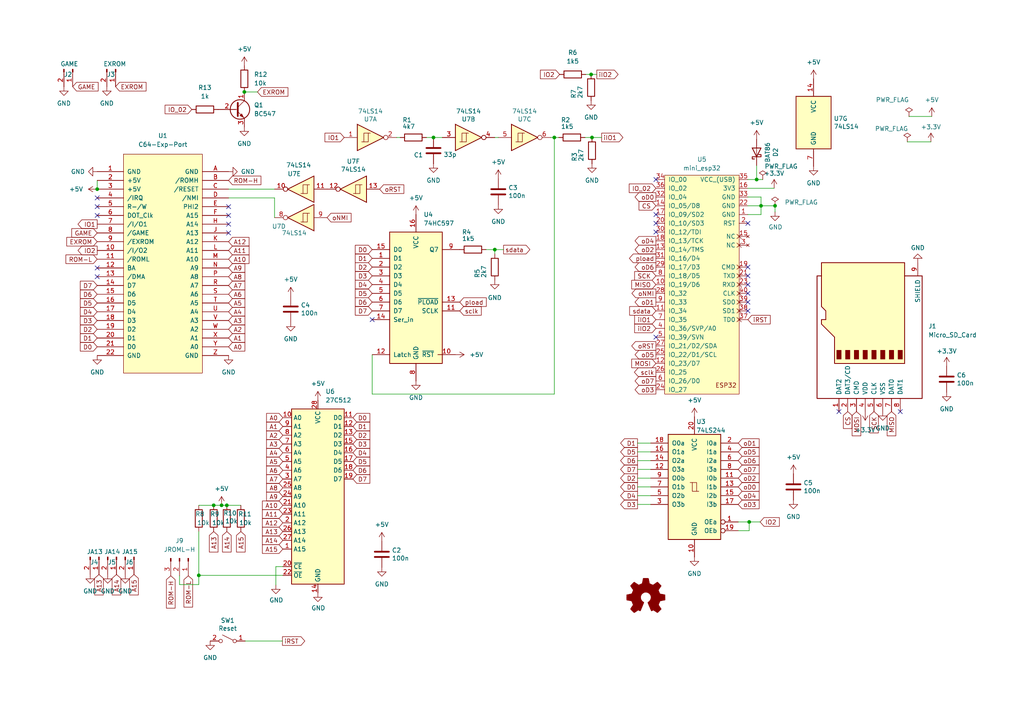
<source format=kicad_sch>
(kicad_sch (version 20230121) (generator eeschema)
  (paper "A4")
  (title_block (title "c64esp32Cart") (date "2024-02-18") (rev "1.1") (company "M.Angelini"))
  (junction (at 220.726 59.69))
  (junction (at 217.297 151.384))
  (junction (at 57.658 166.878))
  (junction (at 160.782 39.878))
  (junction (at 70.866 26.67))
  (junction (at 64.262 146.558))
  (junction (at 224.79 59.69))
  (junction (at 171.45 21.59))
  (junction (at 61.976 146.558))
  (junction (at 143.51 72.39))
  (junction (at 28.194 54.864))
  (junction (at 171.704 39.878))
  (junction (at 219.456 52.07))
  (junction (at 125.73 39.878))
  (junction (at 65.786 146.558))
  (no_connect (at 66.294 62.484))
  (no_connect (at 28.194 57.404))
  (no_connect (at 243.332 119.38))
  (no_connect (at 28.194 62.484))
  (no_connect (at 190.246 97.79))
  (no_connect (at 66.294 67.564))
  (no_connect (at 216.916 64.77))
  (no_connect (at 190.246 52.07))
  (no_connect (at 261.112 119.38))
  (no_connect (at 216.916 80.01))
  (no_connect (at 190.246 64.77))
  (no_connect (at 190.246 67.31))
  (no_connect (at 216.916 82.55))
  (no_connect (at 66.294 59.944))
  (no_connect (at 107.95 92.71))
  (no_connect (at 216.916 90.17))
  (no_connect (at 216.916 77.47))
  (no_connect (at 216.916 85.09))
  (no_connect (at 28.194 80.264))
  (no_connect (at 190.246 62.23))
  (no_connect (at 66.294 65.024))
  (no_connect (at 28.194 59.944))
  (no_connect (at 28.194 77.724))
  (no_connect (at 216.916 87.63))
  (wire (pts (xy 160.782 39.878) (xy 162.052 39.878)))
  (wire (pts (xy 143.51 72.39) (xy 143.51 73.66)))
  (wire (pts (xy 171.704 39.878) (xy 174.498 39.878)))
  (wire (pts (xy 216.916 62.23) (xy 220.726 62.23)))
  (wire (pts (xy 184.912 136.144) (xy 188.722 136.144)))
  (wire (pts (xy 220.726 59.69) (xy 220.726 62.23)))
  (wire (pts (xy 184.912 138.684) (xy 188.722 138.684)))
  (wire (pts (xy 184.912 146.304) (xy 188.722 146.304)))
  (wire (pts (xy 219.456 52.07) (xy 219.456 48.006)))
  (wire (pts (xy 159.766 39.878) (xy 160.782 39.878)))
  (wire (pts (xy 64.262 146.558) (xy 65.786 146.558)))
  (wire (pts (xy 52.07 167.005) (xy 52.07 169.545)))
  (wire (pts (xy 82.042 166.878) (xy 57.658 166.878)))
  (wire (pts (xy 82.042 164.338) (xy 80.01 164.338)))
  (wire (pts (xy 107.95 102.87) (xy 107.95 114.3)))
  (wire (pts (xy 216.916 59.69) (xy 220.726 59.69)))
  (wire (pts (xy 143.51 39.878) (xy 144.526 39.878)))
  (wire (pts (xy 107.95 114.3) (xy 160.782 114.3)))
  (wire (pts (xy 71.12 185.928) (xy 81.915 185.928)))
  (wire (pts (xy 79.629 57.404) (xy 79.629 63.119)))
  (wire (pts (xy 140.97 72.39) (xy 143.51 72.39)))
  (wire (pts (xy 57.658 169.545) (xy 57.658 166.878)))
  (wire (pts (xy 184.912 133.604) (xy 188.722 133.604)))
  (wire (pts (xy 184.912 141.224) (xy 188.722 141.224)))
  (wire (pts (xy 160.782 114.3) (xy 160.782 39.878)))
  (wire (pts (xy 216.916 54.61) (xy 224.536 54.61)))
  (wire (pts (xy 219.456 52.07) (xy 221.234 52.07)))
  (wire (pts (xy 57.658 154.178) (xy 57.658 166.878)))
  (wire (pts (xy 263.652 33.782) (xy 270.256 33.782)))
  (wire (pts (xy 214.122 153.924) (xy 217.297 153.924)))
  (wire (pts (xy 52.07 169.545) (xy 57.658 169.545)))
  (wire (pts (xy 169.672 39.878) (xy 171.704 39.878)))
  (wire (pts (xy 220.726 57.15) (xy 220.726 59.69)))
  (wire (pts (xy 70.866 26.67) (xy 74.676 26.67)))
  (wire (pts (xy 66.294 54.864) (xy 79.629 54.864)))
  (wire (pts (xy 184.912 131.064) (xy 188.722 131.064)))
  (wire (pts (xy 224.79 61.468) (xy 224.79 59.69)))
  (wire (pts (xy 217.297 153.924) (xy 217.297 151.384)))
  (wire (pts (xy 224.79 59.69) (xy 220.726 59.69)))
  (wire (pts (xy 143.51 72.39) (xy 146.05 72.39)))
  (wire (pts (xy 184.912 128.524) (xy 188.722 128.524)))
  (wire (pts (xy 28.194 52.324) (xy 28.194 54.864)))
  (wire (pts (xy 57.658 146.558) (xy 61.976 146.558)))
  (wire (pts (xy 66.294 57.404) (xy 79.629 57.404)))
  (wire (pts (xy 263.144 41.148) (xy 270.002 41.148)))
  (wire (pts (xy 171.45 21.59) (xy 173.101 21.59)))
  (wire (pts (xy 61.976 146.558) (xy 64.262 146.558)))
  (wire (pts (xy 184.912 143.764) (xy 188.722 143.764)))
  (wire (pts (xy 216.916 57.15) (xy 220.726 57.15)))
  (wire (pts (xy 65.786 146.558) (xy 69.85 146.558)))
  (wire (pts (xy 220.472 151.384) (xy 217.297 151.384)))
  (wire (pts (xy 115.062 39.878) (xy 116.078 39.878)))
  (wire (pts (xy 125.73 39.878) (xy 128.27 39.878)))
  (wire (pts (xy 216.916 52.07) (xy 219.456 52.07)))
  (wire (pts (xy 80.01 164.338) (xy 80.01 169.672)))
  (wire (pts (xy 123.698 39.878) (xy 125.73 39.878)))
  (wire (pts (xy 217.297 151.384) (xy 214.122 151.384)))
  (wire (pts (xy 169.926 21.59) (xy 171.45 21.59)))
  (global_label "A5" (shape input) (at 66.294 87.884 0) (property "Intersheetrefs" "${INTERSHEET_REFS}" (effects hide)))
  (global_label "sdata" (shape input) (at 190.246 90.17 180) (property "Intersheetrefs" "${INTERSHEET_REFS}" (effects hide)))
  (global_label "D2" (shape output) (at 184.912 138.684 180) (property "Intersheetrefs" "${INTERSHEET_REFS}" (effects hide)))
  (global_label "EXROM" (shape input) (at 74.676 26.67 0) (property "Intersheetrefs" "${INTERSHEET_REFS}" (effects hide)))
  (global_label "D6" (shape output) (at 184.912 133.604 180) (property "Intersheetrefs" "${INTERSHEET_REFS}" (effects hide)))
  (global_label "sclk" (shape input) (at 133.35 90.17 0) (property "Intersheetrefs" "${INTERSHEET_REFS}" (effects hide)))
  (global_label "ROM-L" (shape input) (at 28.194 75.184 180) (property "Intersheetrefs" "${INTERSHEET_REFS}" (effects hide)))
  (global_label "A14" (shape input) (at 65.786 154.178 270) (property "Intersheetrefs" "${INTERSHEET_REFS}" (effects hide)))
  (global_label "pload" (shape output) (at 190.246 74.93 180) (property "Intersheetrefs" "${INTERSHEET_REFS}" (effects hide)))
  (global_label "D2" (shape input) (at 102.362 126.238 0) (property "Intersheetrefs" "${INTERSHEET_REFS}" (effects hide)))
  (global_label "A6" (shape input) (at 82.042 136.398 180) (property "Intersheetrefs" "${INTERSHEET_REFS}" (effects hide)))
  (global_label "D3" (shape output) (at 184.912 146.304 180) (property "Intersheetrefs" "${INTERSHEET_REFS}" (effects hide)))
  (global_label "SCK" (shape input) (at 253.492 119.38 270) (property "Intersheetrefs" "${INTERSHEET_REFS}" (effects hide)))
  (global_label "A15" (shape input) (at 69.85 154.178 270) (property "Intersheetrefs" "${INTERSHEET_REFS}" (effects hide)))
  (global_label "oNMI" (shape input) (at 94.869 63.119 0) (property "Intersheetrefs" "${INTERSHEET_REFS}" (effects hide)))
  (global_label "sclk" (shape output) (at 190.246 107.95 180) (property "Intersheetrefs" "${INTERSHEET_REFS}" (effects hide)))
  (global_label "A13" (shape input) (at 82.042 154.178 180) (property "Intersheetrefs" "${INTERSHEET_REFS}" (effects hide)))
  (global_label "A4" (shape input) (at 66.294 90.424 0) (property "Intersheetrefs" "${INTERSHEET_REFS}" (effects hide)))
  (global_label "oD5" (shape input) (at 214.122 131.064 0) (property "Intersheetrefs" "${INTERSHEET_REFS}" (effects hide)))
  (global_label "iIO1" (shape input) (at 190.246 92.71 180) (property "Intersheetrefs" "${INTERSHEET_REFS}" (effects hide)))
  (global_label "oD7" (shape input) (at 214.122 136.144 0) (property "Intersheetrefs" "${INTERSHEET_REFS}" (effects hide)))
  (global_label "A2" (shape input) (at 82.042 126.238 180) (property "Intersheetrefs" "${INTERSHEET_REFS}" (effects hide)))
  (global_label "iIO2" (shape output) (at 173.101 21.59 0) (property "Intersheetrefs" "${INTERSHEET_REFS}" (effects hide)))
  (global_label "IO2" (shape input) (at 162.306 21.59 180) (property "Intersheetrefs" "${INTERSHEET_REFS}" (effects hide)))
  (global_label "D3" (shape input) (at 107.95 80.01 180) (property "Intersheetrefs" "${INTERSHEET_REFS}" (effects hide)))
  (global_label "A10" (shape input) (at 66.294 75.184 0) (property "Intersheetrefs" "${INTERSHEET_REFS}" (effects hide)))
  (global_label "D0" (shape output) (at 184.912 141.224 180) (property "Intersheetrefs" "${INTERSHEET_REFS}" (effects hide)))
  (global_label "oD6" (shape output) (at 190.246 77.47 180) (property "Intersheetrefs" "${INTERSHEET_REFS}" (effects hide)))
  (global_label "CS" (shape input) (at 245.872 119.38 270) (property "Intersheetrefs" "${INTERSHEET_REFS}" (effects hide)))
  (global_label "sdata" (shape output) (at 146.05 72.39 0) (property "Intersheetrefs" "${INTERSHEET_REFS}" (effects hide)))
  (global_label "oD4" (shape output) (at 190.246 69.85 180) (property "Intersheetrefs" "${INTERSHEET_REFS}" (effects hide)))
  (global_label "EXROM" (shape input) (at 33.528 25.146 0) (property "Intersheetrefs" "${INTERSHEET_REFS}" (effects hide)))
  (global_label "A15" (shape input) (at 38.862 166.624 270) (property "Intersheetrefs" "${INTERSHEET_REFS}" (effects hide)))
  (global_label "MOSI" (shape input) (at 190.246 105.41 180) (property "Intersheetrefs" "${INTERSHEET_REFS}" (effects hide)))
  (global_label "A7" (shape input) (at 66.294 82.804 0) (property "Intersheetrefs" "${INTERSHEET_REFS}" (effects hide)))
  (global_label "ROM-L" (shape input) (at 54.61 167.005 270) (property "Intersheetrefs" "${INTERSHEET_REFS}" (effects hide)))
  (global_label "D4" (shape output) (at 184.912 143.764 180) (property "Intersheetrefs" "${INTERSHEET_REFS}" (effects hide)))
  (global_label "A0" (shape input) (at 66.294 100.584 0) (property "Intersheetrefs" "${INTERSHEET_REFS}" (effects hide)))
  (global_label "A3" (shape input) (at 66.294 92.964 0) (property "Intersheetrefs" "${INTERSHEET_REFS}" (effects hide)))
  (global_label "A7" (shape input) (at 82.042 138.938 180) (property "Intersheetrefs" "${INTERSHEET_REFS}" (effects hide)))
  (global_label "D1" (shape input) (at 102.362 123.698 0) (property "Intersheetrefs" "${INTERSHEET_REFS}" (effects hide)))
  (global_label "D7" (shape input) (at 28.194 82.804 180) (property "Intersheetrefs" "${INTERSHEET_REFS}" (effects hide)))
  (global_label "CS" (shape input) (at 190.246 59.69 180) (property "Intersheetrefs" "${INTERSHEET_REFS}" (effects hide)))
  (global_label "IO2" (shape input) (at 220.472 151.384 0) (property "Intersheetrefs" "${INTERSHEET_REFS}" (effects hide)))
  (global_label "A13" (shape input) (at 61.976 154.178 270) (property "Intersheetrefs" "${INTERSHEET_REFS}" (effects hide)))
  (global_label "oD3" (shape output) (at 190.246 113.03 180) (property "Intersheetrefs" "${INTERSHEET_REFS}" (effects hide)))
  (global_label "iIO1" (shape output) (at 174.498 39.878 0) (property "Intersheetrefs" "${INTERSHEET_REFS}" (effects hide)))
  (global_label "IO2" (shape output) (at 28.194 72.644 180) (property "Intersheetrefs" "${INTERSHEET_REFS}" (effects hide)))
  (global_label "oD2" (shape output) (at 190.246 72.39 180) (property "Intersheetrefs" "${INTERSHEET_REFS}" (effects hide)))
  (global_label "oD3" (shape input) (at 214.122 146.304 0) (property "Intersheetrefs" "${INTERSHEET_REFS}" (effects hide)))
  (global_label "D1" (shape input) (at 107.95 74.93 180) (property "Intersheetrefs" "${INTERSHEET_REFS}" (effects hide)))
  (global_label "D6" (shape input) (at 102.362 136.398 0) (property "Intersheetrefs" "${INTERSHEET_REFS}" (effects hide)))
  (global_label "ROM-H" (shape input) (at 49.53 167.005 270) (property "Intersheetrefs" "${INTERSHEET_REFS}" (effects hide)))
  (global_label "oD6" (shape input) (at 214.122 133.604 0) (property "Intersheetrefs" "${INTERSHEET_REFS}" (effects hide)))
  (global_label "D1" (shape input) (at 28.194 98.044 180) (property "Intersheetrefs" "${INTERSHEET_REFS}" (effects hide)))
  (global_label "A14" (shape input) (at 82.042 156.718 180) (property "Intersheetrefs" "${INTERSHEET_REFS}" (effects hide)))
  (global_label "D7" (shape input) (at 102.362 138.938 0) (property "Intersheetrefs" "${INTERSHEET_REFS}" (effects hide)))
  (global_label "A5" (shape input) (at 82.042 133.858 180) (property "Intersheetrefs" "${INTERSHEET_REFS}" (effects hide)))
  (global_label "D4" (shape input) (at 102.362 131.318 0) (property "Intersheetrefs" "${INTERSHEET_REFS}" (effects hide)))
  (global_label "D0" (shape input) (at 107.95 72.39 180) (property "Intersheetrefs" "${INTERSHEET_REFS}" (effects hide)))
  (global_label "A9" (shape input) (at 66.294 77.724 0) (property "Intersheetrefs" "${INTERSHEET_REFS}" (effects hide)))
  (global_label "D2" (shape input) (at 28.194 95.504 180) (property "Intersheetrefs" "${INTERSHEET_REFS}" (effects hide)))
  (global_label "D4" (shape input) (at 28.194 90.424 180) (property "Intersheetrefs" "${INTERSHEET_REFS}" (effects hide)))
  (global_label "A8" (shape input) (at 66.294 80.264 0) (property "Intersheetrefs" "${INTERSHEET_REFS}" (effects hide)))
  (global_label "iRST" (shape input) (at 216.916 92.71 0) (property "Intersheetrefs" "${INTERSHEET_REFS}" (effects hide)))
  (global_label "GAME" (shape input) (at 21.082 25.146 0) (property "Intersheetrefs" "${INTERSHEET_REFS}" (effects hide)))
  (global_label "GAME" (shape input) (at 28.194 67.564 180) (property "Intersheetrefs" "${INTERSHEET_REFS}" (effects hide)))
  (global_label "iRST" (shape output) (at 81.915 185.928 0) (property "Intersheetrefs" "${INTERSHEET_REFS}" (effects hide)))
  (global_label "oRST" (shape output) (at 190.246 100.33 180) (property "Intersheetrefs" "${INTERSHEET_REFS}" (effects hide)))
  (global_label "oD1" (shape output) (at 190.246 87.63 180) (property "Intersheetrefs" "${INTERSHEET_REFS}" (effects hide)))
  (global_label "oD4" (shape input) (at 214.122 143.764 0) (property "Intersheetrefs" "${INTERSHEET_REFS}" (effects hide)))
  (global_label "IO1" (shape output) (at 28.194 65.024 180) (property "Intersheetrefs" "${INTERSHEET_REFS}" (effects hide)))
  (global_label "D0" (shape input) (at 102.362 121.158 0) (property "Intersheetrefs" "${INTERSHEET_REFS}" (effects hide)))
  (global_label "A10" (shape input) (at 82.042 146.558 180) (property "Intersheetrefs" "${INTERSHEET_REFS}" (effects hide)))
  (global_label "A1" (shape input) (at 66.294 98.044 0) (property "Intersheetrefs" "${INTERSHEET_REFS}" (effects hide)))
  (global_label "IO_02" (shape input) (at 190.246 54.61 180) (property "Intersheetrefs" "${INTERSHEET_REFS}" (effects hide)))
  (global_label "pload" (shape input) (at 133.35 87.63 0) (property "Intersheetrefs" "${INTERSHEET_REFS}" (effects hide)))
  (global_label "A11" (shape input) (at 82.042 149.098 180) (property "Intersheetrefs" "${INTERSHEET_REFS}" (effects hide)))
  (global_label "MOSI" (shape input) (at 248.412 119.38 270) (property "Intersheetrefs" "${INTERSHEET_REFS}" (effects hide)))
  (global_label "oD0" (shape input) (at 214.122 141.224 0) (property "Intersheetrefs" "${INTERSHEET_REFS}" (effects hide)))
  (global_label "D4" (shape input) (at 107.95 82.55 180) (property "Intersheetrefs" "${INTERSHEET_REFS}" (effects hide)))
  (global_label "SCK" (shape input) (at 190.246 80.01 180) (property "Intersheetrefs" "${INTERSHEET_REFS}" (effects hide)))
  (global_label "oNMI" (shape output) (at 190.246 85.09 180) (property "Intersheetrefs" "${INTERSHEET_REFS}" (effects hide)))
  (global_label "A0" (shape input) (at 82.042 121.158 180) (property "Intersheetrefs" "${INTERSHEET_REFS}" (effects hide)))
  (global_label "oD5" (shape output) (at 190.246 102.87 180) (property "Intersheetrefs" "${INTERSHEET_REFS}" (effects hide)))
  (global_label "D0" (shape input) (at 28.194 100.584 180) (property "Intersheetrefs" "${INTERSHEET_REFS}" (effects hide)))
  (global_label "D6" (shape input) (at 107.95 87.63 180) (property "Intersheetrefs" "${INTERSHEET_REFS}" (effects hide)))
  (global_label "A12" (shape input) (at 66.294 70.104 0) (property "Intersheetrefs" "${INTERSHEET_REFS}" (effects hide)))
  (global_label "D2" (shape input) (at 107.95 77.47 180) (property "Intersheetrefs" "${INTERSHEET_REFS}" (effects hide)))
  (global_label "A14" (shape input) (at 33.782 166.624 270) (property "Intersheetrefs" "${INTERSHEET_REFS}" (effects hide)))
  (global_label "oRST" (shape input) (at 110.109 54.864 0) (property "Intersheetrefs" "${INTERSHEET_REFS}" (effects hide)))
  (global_label "oD2" (shape input) (at 214.122 138.684 0) (property "Intersheetrefs" "${INTERSHEET_REFS}" (effects hide)))
  (global_label "D5" (shape input) (at 102.362 133.858 0) (property "Intersheetrefs" "${INTERSHEET_REFS}" (effects hide)))
  (global_label "oD1" (shape input) (at 214.122 128.524 0) (property "Intersheetrefs" "${INTERSHEET_REFS}" (effects hide)))
  (global_label "A3" (shape input) (at 82.042 128.778 180) (property "Intersheetrefs" "${INTERSHEET_REFS}" (effects hide)))
  (global_label "ROM-H" (shape input) (at 66.294 52.324 0) (property "Intersheetrefs" "${INTERSHEET_REFS}" (effects hide)))
  (global_label "A1" (shape input) (at 82.042 123.698 180) (property "Intersheetrefs" "${INTERSHEET_REFS}" (effects hide)))
  (global_label "A6" (shape input) (at 66.294 85.344 0) (property "Intersheetrefs" "${INTERSHEET_REFS}" (effects hide)))
  (global_label "D5" (shape output) (at 184.912 131.064 180) (property "Intersheetrefs" "${INTERSHEET_REFS}" (effects hide)))
  (global_label "A12" (shape input) (at 82.042 151.638 180) (property "Intersheetrefs" "${INTERSHEET_REFS}" (effects hide)))
  (global_label "oD0" (shape output) (at 190.246 57.15 180) (property "Intersheetrefs" "${INTERSHEET_REFS}" (effects hide)))
  (global_label "IO_02" (shape input) (at 55.626 31.75 180) (property "Intersheetrefs" "${INTERSHEET_REFS}" (effects hide)))
  (global_label "EXROM" (shape input) (at 28.194 70.104 180) (property "Intersheetrefs" "${INTERSHEET_REFS}" (effects hide)))
  (global_label "D5" (shape input) (at 28.194 87.884 180) (property "Intersheetrefs" "${INTERSHEET_REFS}" (effects hide)))
  (global_label "A4" (shape input) (at 82.042 131.318 180) (property "Intersheetrefs" "${INTERSHEET_REFS}" (effects hide)))
  (global_label "oD7" (shape output) (at 190.246 110.49 180) (property "Intersheetrefs" "${INTERSHEET_REFS}" (effects hide)))
  (global_label "MISO" (shape input) (at 258.572 119.38 270) (property "Intersheetrefs" "${INTERSHEET_REFS}" (effects hide)))
  (global_label "A13" (shape input) (at 28.702 166.624 270) (property "Intersheetrefs" "${INTERSHEET_REFS}" (effects hide)))
  (global_label "D3" (shape input) (at 28.194 92.964 180) (property "Intersheetrefs" "${INTERSHEET_REFS}" (effects hide)))
  (global_label "D5" (shape input) (at 107.95 85.09 180) (property "Intersheetrefs" "${INTERSHEET_REFS}" (effects hide)))
  (global_label "iIO2" (shape input) (at 190.246 95.25 180) (property "Intersheetrefs" "${INTERSHEET_REFS}" (effects hide)))
  (global_label "IO1" (shape input) (at 99.822 39.878 180) (property "Intersheetrefs" "${INTERSHEET_REFS}" (effects hide)))
  (global_label "D7" (shape input) (at 107.95 90.17 180) (property "Intersheetrefs" "${INTERSHEET_REFS}" (effects hide)))
  (global_label "D1" (shape output) (at 184.912 128.524 180) (property "Intersheetrefs" "${INTERSHEET_REFS}" (effects hide)))
  (global_label "A2" (shape input) (at 66.294 95.504 0) (property "Intersheetrefs" "${INTERSHEET_REFS}" (effects hide)))
  (global_label "A11" (shape input) (at 66.294 72.644 0) (property "Intersheetrefs" "${INTERSHEET_REFS}" (effects hide)))
  (global_label "D7" (shape output) (at 184.912 136.144 180) (property "Intersheetrefs" "${INTERSHEET_REFS}" (effects hide)))
  (global_label "MISO" (shape input) (at 190.246 82.55 180) (property "Intersheetrefs" "${INTERSHEET_REFS}" (effects hide)))
  (global_label "D6" (shape input) (at 28.194 85.344 180) (property "Intersheetrefs" "${INTERSHEET_REFS}" (effects hide)))
  (global_label "A8" (shape input) (at 82.042 141.478 180) (property "Intersheetrefs" "${INTERSHEET_REFS}" (effects hide)))
  (global_label "D3" (shape input) (at 102.362 128.778 0) (property "Intersheetrefs" "${INTERSHEET_REFS}" (effects hide)))
  (global_label "A9" (shape input) (at 82.042 144.018 180) (property "Intersheetrefs" "${INTERSHEET_REFS}" (effects hide)))
  (global_label "A15" (shape input) (at 82.042 159.258 180) (property "Intersheetrefs" "${INTERSHEET_REFS}" (effects hide)))
  (symbol (lib_id "power:GND") (at 224.79 61.468 0) (unit 1)
    (property "Reference" "#PWR07" (effects hide))
    (property "Value" "GND" (at 224.917 65.8622 0))
  )
  (symbol (lib_id "Switch:SW_SPST") (at 66.04 185.928 0) (mirror y) (unit 1)
    (property "Reference" "SW1" (at 66.04 179.959 0))
    (property "Value" "Reset" (at 66.04 182.2704 0))
    (property "Footprint" "Button_Switch_THT:SW_Tactile_SKHH_Angled" (effects hide))
  )
  (symbol (lib_id "power:GND") (at 92.202 171.958 0) (unit 1)
    (property "Reference" "#PWR011" (effects hide))
    (property "Value" "GND" (at 92.329 176.3522 0))
  )
  (symbol (lib_id "Device:C") (at 144.526 55.626 0) (unit 1)
    (property "Reference" "C3" (at 147.447 54.4576 0) (effects (justify left)))
    (property "Value" "100n" (at 147.447 56.769 0) (effects (justify left)))
    (property "Footprint" "Capacitor_SMD:C_0805_2012Metric" (effects hide))
  )
  (symbol (lib_id "Device:C") (at 84.328 89.662 0) (unit 1)
    (property "Reference" "C4" (at 87.249 88.4936 0) (effects (justify left)))
    (property "Value" "100n" (at 87.249 90.805 0) (effects (justify left)))
    (property "Footprint" "Capacitor_SMD:C_0805_2012Metric" (effects hide))
  )
  (symbol (lib_id "Device:C") (at 230.124 141.224 0) (unit 1)
    (property "Reference" "C5" (at 233.045 140.0556 0) (effects (justify left)))
    (property "Value" "100n" (at 233.045 142.367 0) (effects (justify left)))
    (property "Footprint" "Capacitor_SMD:C_0805_2012Metric" (effects hide))
  )
  (symbol (lib_id "Device:R") (at 165.862 39.878 270) (unit 1)
    (property "Reference" "R2" (at 162.687 34.798 90) (effects (justify left)))
    (property "Value" "1k5" (at 162.687 36.703 90) (effects (justify left)))
    (property "Footprint" "Resistor_SMD:R_0805_2012Metric" (effects hide))
  )
  (symbol (lib_id "74xx:74LS14") (at 235.966 35.56 0) (unit 7)
    (property "Reference" "U7" (at 241.808 34.3916 0) (effects (justify left)))
    (property "Value" "74LS14" (at 241.808 36.703 0) (effects (justify left)))
    (property "Footprint" "Package_SO:SOIC-14_3.9x8.7mm_P1.27mm" (effects hide))
    (property "Datasheet" "http://www.ti.com/lit/gpn/sn74LS14" (effects hide))
  )
  (symbol (lib_id "Device:D_Schottky") (at 219.456 44.196 90) (unit 1)
    (property "Reference" "D2" (at 224.9424 44.196 0))
    (property "Value" "BAT86" (at 222.631 44.196 0))
    (property "Footprint" "Diode_THT:D_DO-34_SOD68_P7.62mm_Horizontal" (effects hide))
  )
  (symbol (lib_id "74xx:74LS14") (at 107.442 39.878 0) (unit 1)
    (property "Reference" "U7" (at 107.442 34.5694 0))
    (property "Value" "74LS14" (at 107.442 32.258 0))
    (property "Footprint" "Package_SO:SOIC-14_3.9x8.7mm_P1.27mm" (effects hide))
    (property "Datasheet" "http://www.ti.com/lit/gpn/sn74LS14" (effects hide))
  )
  (symbol (lib_id "74xx:74LS14") (at 135.89 39.878 0) (unit 2)
    (property "Reference" "U7" (at 135.89 34.5694 0))
    (property "Value" "74LS14" (at 135.89 32.258 0))
    (property "Footprint" "Package_SO:SOIC-14_3.9x8.7mm_P1.27mm" (effects hide))
    (property "Datasheet" "http://www.ti.com/lit/gpn/sn74LS14" (effects hide))
  )
  (symbol (lib_id "Device:R") (at 143.51 77.47 0) (unit 1)
    (property "Reference" "R5" (at 138.43 80.645 90) (effects (justify left)))
    (property "Value" "2k7" (at 140.335 80.645 90) (effects (justify left)))
    (property "Footprint" "Resistor_SMD:R_0805_2012Metric" (effects hide))
  )
  (symbol (lib_id "Transistor_BJT:BC547") (at 68.326 31.75 0) (unit 1)
    (property "Reference" "Q1" (at 73.66 30.48 0) (effects (justify left)))
    (property "Value" "BC547" (at 73.66 33.02 0) (effects (justify left)))
    (property "Footprint" "Package_TO_SOT_THT:TO-92_Inline" (effects hide))
    (property "Datasheet" "https://www.onsemi.com/pub/Collateral/BC550-D.pdf" (effects hide))
  )
  (symbol (lib_name "+5V_1") (lib_id "power:+5V") (at 64.262 146.558 0) (unit 1)
    (property "Reference" "#PWR044" (effects hide))
    (property "Value" "+5V" (at 64.262 141.732 0))
  )
  (symbol (lib_name "GND_2") (lib_id "power:GND") (at 18.542 25.146 0) (unit 1)
    (property "Reference" "#PWR04" (effects hide))
    (property "Value" "GND" (at 18.542 29.972 0))
  )
  (symbol (lib_name "GND_2") (lib_id "power:GND") (at 84.328 93.472 0) (unit 1)
    (property "Reference" "#PWR03" (effects hide))
    (property "Value" "GND" (at 84.328 98.298 0))
  )
  (symbol (lib_name "+5V_1") (lib_id "power:+5V") (at 235.966 22.86 0) (unit 1)
    (property "Reference" "#PWR033" (effects hide))
    (property "Value" "+5V" (at 235.966 18.034 0))
  )
  (symbol (lib_id "Memory_EPROM:27C512") (at 92.202 144.018 0) (unit 1)
    (property "Reference" "U6" (at 94.3961 113.538 0) (effects (justify left)))
    (property "Value" "27C512" (at 94.3961 116.078 0) (effects (justify left)))
    (property "Footprint" "Package_DIP:DIP-28_W15.24mm" (effects hide))
    (property "Datasheet" "http://ww1.microchip.com/downloads/en/DeviceDoc/doc0015.pdf" (effects hide))
  )
  (symbol (lib_id "Connector:Conn_01x03_Male") (at 52.07 161.925 270) (unit 1)
    (property "Reference" "J9" (at 52.07 156.845 90))
    (property "Value" "JROML-H" (at 52.07 159.385 90))
    (property "Footprint" "Connector_PinHeader_2.54mm:PinHeader_1x03_P2.54mm_Vertical" (effects hide))
  )
  (symbol (lib_id "power:+3.3V") (at 270.002 41.148 0) (unit 1)
    (property "Reference" "#PWR036" (effects hide))
    (property "Value" "+3.3V" (at 270.002 36.83 0))
  )
  (symbol (lib_id "74xx:74LS14") (at 152.146 39.878 0) (unit 3)
    (property "Reference" "U7" (at 152.146 34.5694 0))
    (property "Value" "74LS14" (at 152.146 32.258 0))
    (property "Footprint" "Package_SO:SOIC-14_3.9x8.7mm_P1.27mm" (effects hide))
    (property "Datasheet" "http://www.ti.com/lit/gpn/sn74LS14" (effects hide))
  )
  (symbol (lib_name "GND_2") (lib_id "power:GND") (at 171.45 29.21 0) (unit 1)
    (property "Reference" "#PWR020" (effects hide))
    (property "Value" "GND" (at 171.45 34.036 0))
  )
  (symbol (lib_id "power:GND") (at 80.01 169.672 0) (unit 1)
    (property "Reference" "#PWR026" (effects hide))
    (property "Value" "GND" (at 80.137 174.0662 0))
  )
  (symbol (lib_id "Device:R") (at 119.888 39.878 270) (unit 1)
    (property "Reference" "R1" (at 116.713 34.798 90) (effects (justify left)))
    (property "Value" "4k7" (at 116.713 36.703 90) (effects (justify left)))
    (property "Footprint" "Resistor_SMD:R_0805_2012Metric" (effects hide))
  )
  (symbol (lib_id "74xx:74LS14") (at 87.249 54.864 180) (unit 5)
    (property "Reference" "U7" (at 85.344 50.419 0))
    (property "Value" "74LS14" (at 86.614 47.879 0))
    (property "Footprint" "Package_SO:SOIC-14_3.9x8.7mm_P1.27mm" (effects hide))
    (property "Datasheet" "http://www.ti.com/lit/gpn/sn74LS14" (effects hide))
  )
  (symbol (lib_id "Device:R") (at 166.116 21.59 90) (unit 1)
    (property "Reference" "R6" (at 166.116 15.24 90))
    (property "Value" "1k5" (at 166.116 17.78 90))
    (property "Footprint" "Resistor_SMD:R_0805_2012Metric" (effects hide))
  )
  (symbol (lib_name "GND_2") (lib_id "power:GND") (at 274.574 113.792 0) (unit 1)
    (property "Reference" "#PWR015" (effects hide))
    (property "Value" "GND" (at 274.574 118.618 0))
  )
  (symbol (lib_name "+5V_1") (lib_id "power:+5V") (at 132.08 102.87 270) (unit 1)
    (property "Reference" "#PWR042" (effects hide))
    (property "Value" "+5V" (at 136.144 102.87 90) (effects (justify left)))
  )
  (symbol (lib_id "power:PWR_FLAG") (at 224.79 59.69 0) (unit 1)
    (property "Reference" "#FLG04" (effects hide))
    (property "Value" "PWR_FLAG" (at 232.41 58.674 0))
  )
  (symbol (lib_id "74xx:74LS244") (at 201.422 141.224 0) (mirror y) (unit 1)
    (property "Reference" "U3" (at 201.9426 122.2842 0) (effects (justify right)))
    (property "Value" "74LS244" (at 201.9426 124.8211 0) (effects (justify right)))
    (property "Footprint" "Package_SO:SOIC-20W_7.5x12.8mm_P1.27mm" (effects hide))
    (property "Datasheet" "http://www.ti.com/lit/gpn/sn74LS244" (effects hide))
  )
  (symbol (lib_id "power:PWR_FLAG") (at 221.234 52.07 0) (unit 1)
    (property "Reference" "#FLG03" (effects hide))
    (property "Value" "PWR_FLAG" (at 226.568 48.26 0))
  )
  (symbol (lib_name "+5V_1") (lib_id "power:+5V") (at 230.124 137.414 0) (unit 1)
    (property "Reference" "#PWR040" (effects hide))
    (property "Value" "+5V" (at 230.124 132.588 0))
  )
  (symbol (lib_id "Device:R") (at 171.45 25.4 0) (unit 1)
    (property "Reference" "R7" (at 166.37 28.575 90) (effects (justify left)))
    (property "Value" "2k7" (at 168.275 28.575 90) (effects (justify left)))
    (property "Footprint" "Resistor_SMD:R_0805_2012Metric" (effects hide))
  )
  (symbol (lib_name "+5V_1") (lib_id "power:+5V") (at 219.456 40.386 0) (unit 1)
    (property "Reference" "#PWR035" (effects hide))
    (property "Value" "+5V" (at 219.456 35.56 0))
  )
  (symbol (lib_id "c64-exp-port:C64-Exp-Port") (at 47.244 76.454 0) (unit 1)
    (property "Reference" "U1" (at 47.244 39.37 0))
    (property "Value" "C64-Exp-Port" (at 47.244 41.91 0))
    (property "Footprint" "KicadFootprints:C64-Cart-NoSilkS" (effects hide))
    (property "Datasheet" "DOCUMENTATION" (effects hide))
  )
  (symbol (lib_id "ESP32:mini_esp32") (at 202.946 49.53 0) (unit 1)
    (property "Reference" "U5" (at 203.581 46.228 0))
    (property "Value" "mini_esp32" (at 203.581 48.768 0))
    (property "Footprint" "ESP32_mini:ESP32_mini" (effects hide))
  )
  (symbol (lib_name "+5V_1") (lib_id "power:+5V") (at 84.328 85.852 0) (unit 1)
    (property "Reference" "#PWR028" (effects hide))
    (property "Value" "+5V" (at 84.328 81.026 0))
  )
  (symbol (lib_id "Connector:Conn_01x02_Male") (at 38.862 161.544 270) (unit 1)
    (property "Reference" "J6" (at 36.322 163.068 90) (effects (justify left)))
    (property "Value" "JA15" (at 35.306 160.02 90) (effects (justify left)))
    (property "Footprint" "Connector_PinHeader_2.54mm:PinHeader_1x02_P2.54mm_Vertical" (effects hide))
  )
  (symbol (lib_name "GND_2") (lib_id "power:GND") (at 235.966 48.26 0) (unit 1)
    (property "Reference" "#PWR014" (effects hide))
    (property "Value" "GND" (at 235.966 53.086 0))
  )
  (symbol (lib_name "+5V_1") (lib_id "power:+5V") (at 120.65 62.23 0) (unit 1)
    (property "Reference" "#PWR027" (effects hide))
    (property "Value" "+5V" (at 120.65 57.404 0))
  )
  (symbol (lib_name "GND_2") (lib_id "power:GND") (at 171.704 47.498 0) (unit 1)
    (property "Reference" "#PWR013" (effects hide))
    (property "Value" "GND" (at 171.704 52.324 0))
  )
  (symbol (lib_name "GND_2") (lib_id "power:GND") (at 28.194 49.784 270) (unit 1)
    (property "Reference" "#PWR06" (effects hide))
    (property "Value" "GND" (at 24.638 49.784 90) (effects (justify right)))
  )
  (symbol (lib_name "+5V_1") (lib_id "power:+5V") (at 270.256 33.782 0) (unit 1)
    (property "Reference" "#PWR034" (effects hide))
    (property "Value" "+5V" (at 270.256 28.956 0))
  )
  (symbol (lib_name "GND_2") (lib_id "power:GND") (at 31.242 166.624 0) (unit 1)
    (property "Reference" "#PWR023" (effects hide))
    (property "Value" "GND" (at 31.242 171.45 0))
  )
  (symbol (lib_id "Device:R") (at 59.436 31.75 90) (unit 1)
    (property "Reference" "R13" (at 59.436 25.4 90))
    (property "Value" "1k" (at 59.436 27.94 90))
    (property "Footprint" "Resistor_SMD:R_0805_2012Metric" (effects hide))
  )
  (symbol (lib_name "GND_2") (lib_id "power:GND") (at 125.73 47.498 0) (unit 1)
    (property "Reference" "#PWR019" (effects hide))
    (property "Value" "GND" (at 125.73 52.324 0))
  )
  (symbol (lib_id "Device:R") (at 137.16 72.39 270) (unit 1)
    (property "Reference" "R4" (at 133.985 67.31 90) (effects (justify left)))
    (property "Value" "1k5" (at 133.985 69.215 90) (effects (justify left)))
    (property "Footprint" "Resistor_SMD:R_0805_2012Metric" (effects hide))
  )
  (symbol (lib_id "74xx:74LS14") (at 87.249 63.119 180) (unit 4)
    (property "Reference" "U7" (at 80.899 65.659 0))
    (property "Value" "74LS14" (at 85.344 67.564 0))
    (property "Footprint" "Package_SO:SOIC-14_3.9x8.7mm_P1.27mm" (effects hide))
    (property "Datasheet" "http://www.ti.com/lit/gpn/sn74LS14" (effects hide))
  )
  (symbol (lib_name "GND_2") (lib_id "power:GND") (at 30.988 25.146 0) (unit 1)
    (property "Reference" "#PWR05" (effects hide))
    (property "Value" "GND" (at 30.988 29.972 0))
  )
  (symbol (lib_id "Device:R") (at 70.866 22.86 180) (unit 1)
    (property "Reference" "R12" (at 73.66 21.59 0) (effects (justify right)))
    (property "Value" "10k" (at 73.66 24.13 0) (effects (justify right)))
    (property "Footprint" "Resistor_SMD:R_0805_2012Metric" (effects hide))
  )
  (symbol (lib_id "power:PWR_FLAG") (at 263.144 41.148 0) (unit 1)
    (property "Reference" "#FLG02" (effects hide))
    (property "Value" "PWR_FLAG" (at 258.572 37.338 0))
  )
  (symbol (lib_name "+5V_1") (lib_id "power:+5V") (at 92.202 116.078 0) (unit 1)
    (property "Reference" "#PWR029" (effects hide))
    (property "Value" "+5V" (at 92.202 111.252 0))
  )
  (symbol (lib_id "Connector:Conn_01x02_Male") (at 33.528 20.066 270) (unit 1)
    (property "Reference" "J3" (at 30.988 21.59 90) (effects (justify left)))
    (property "Value" "EXROM" (at 29.972 18.542 90) (effects (justify left)))
    (property "Footprint" "Connector_PinHeader_2.54mm:PinHeader_1x02_P2.54mm_Vertical" (effects hide))
  )
  (symbol (lib_id "Device:C") (at 274.574 109.982 0) (unit 1)
    (property "Reference" "C6" (at 277.495 108.8136 0) (effects (justify left)))
    (property "Value" "100n" (at 277.495 111.125 0) (effects (justify left)))
    (property "Footprint" "Capacitor_SMD:C_0805_2012Metric" (effects hide))
  )
  (symbol (lib_name "+5V_1") (lib_id "power:+5V") (at 201.422 120.904 0) (unit 1)
    (property "Reference" "#PWR032" (effects hide))
    (property "Value" "+5V" (at 201.422 116.078 0))
  )
  (symbol (lib_name "GND_1") (lib_id "power:GND") (at 143.51 81.28 0) (unit 1)
    (property "Reference" "#PWR030" (effects hide))
    (property "Value" "GND" (at 143.51 86.36 0))
  )
  (symbol (lib_name "GND_2") (lib_id "power:GND") (at 28.194 103.124 0) (unit 1)
    (property "Reference" "#PWR01" (effects hide))
    (property "Value" "GND" (at 28.194 107.95 0))
  )
  (symbol (lib_id "Device:R") (at 69.85 150.368 0) (unit 1)
    (property "Reference" "R11" (at 69.088 149.098 0) (effects (justify left)))
    (property "Value" "10k" (at 69.342 151.638 0) (effects (justify left)))
    (property "Footprint" "Resistor_SMD:R_0805_2012Metric" (effects hide))
  )
  (symbol (lib_name "GND_2") (lib_id "power:GND") (at 60.96 185.928 0) (unit 1)
    (property "Reference" "#PWR043" (effects hide))
    (property "Value" "GND" (at 60.96 190.754 0))
  )
  (symbol (lib_id "Device:R") (at 171.704 43.688 0) (unit 1)
    (property "Reference" "R3" (at 166.624 46.863 90) (effects (justify left)))
    (property "Value" "2k7" (at 168.529 46.863 90) (effects (justify left)))
    (property "Footprint" "Resistor_SMD:R_0805_2012Metric" (effects hide))
  )
  (symbol (lib_id "power:+3.3V") (at 274.574 106.172 0) (unit 1)
    (property "Reference" "#PWR037" (effects hide))
    (property "Value" "+3.3V" (at 274.574 101.854 0))
  )
  (symbol (lib_name "+5V_1") (lib_id "power:+5V") (at 144.526 51.816 0) (unit 1)
    (property "Reference" "#PWR041" (effects hide))
    (property "Value" "+5V" (at 144.526 46.99 0))
  )
  (symbol (lib_id "Connector:Conn_01x02_Male") (at 21.082 20.066 270) (unit 1)
    (property "Reference" "J2" (at 18.542 21.59 90) (effects (justify left)))
    (property "Value" "GAME" (at 17.526 18.542 90) (effects (justify left)))
    (property "Footprint" "Connector_PinHeader_2.54mm:PinHeader_1x02_P2.54mm_Vertical" (effects hide))
  )
  (symbol (lib_id "Connector:Conn_01x02_Male") (at 28.702 161.544 270) (unit 1)
    (property "Reference" "J4" (at 26.162 163.068 90) (effects (justify left)))
    (property "Value" "JA13" (at 25.146 160.02 90) (effects (justify left)))
    (property "Footprint" "Connector_PinHeader_2.54mm:PinHeader_1x02_P2.54mm_Vertical" (effects hide))
  )
  (symbol (lib_name "GND_2") (lib_id "power:GND") (at 144.526 59.436 0) (unit 1)
    (property "Reference" "#PWR012" (effects hide))
    (property "Value" "GND" (at 144.526 64.262 0))
  )
  (symbol (lib_name "+5V_1") (lib_id "power:+5V") (at 70.866 19.05 0) (unit 1)
    (property "Reference" "#PWR046" (effects hide))
    (property "Value" "+5V" (at 70.866 14.224 0))
  )
  (symbol (lib_id "power:PWR_FLAG") (at 263.652 33.782 0) (unit 1)
    (property "Reference" "#FLG01" (effects hide))
    (property "Value" "PWR_FLAG" (at 258.826 28.956 0))
  )
  (symbol (lib_name "GND_2") (lib_id "power:GND") (at 26.162 166.624 0) (unit 1)
    (property "Reference" "#PWR022" (effects hide))
    (property "Value" "GND" (at 26.162 171.45 0))
  )
  (symbol (lib_name "GND_2") (lib_id "power:GND") (at 256.032 119.38 0) (unit 1)
    (property "Reference" "#PWR017" (effects hide))
    (property "Value" "GND" (at 256.032 124.206 0))
  )
  (symbol (lib_name "GND_2") (lib_id "power:GND") (at 66.294 49.784 90) (unit 1)
    (property "Reference" "#PWR08" (effects hide))
    (property "Value" "GND" (at 69.85 49.784 90) (effects (justify right)))
  )
  (symbol (lib_id "Connector:Conn_01x02_Male") (at 33.782 161.544 270) (unit 1)
    (property "Reference" "J5" (at 31.242 163.068 90) (effects (justify left)))
    (property "Value" "JA14" (at 30.226 160.02 90) (effects (justify left)))
    (property "Footprint" "Connector_PinHeader_2.54mm:PinHeader_1x02_P2.54mm_Vertical" (effects hide))
  )
  (symbol (lib_id "Device:R") (at 57.658 150.368 0) (unit 1)
    (property "Reference" "R8" (at 56.642 149.098 0) (effects (justify left)))
    (property "Value" "10k" (at 57.15 151.638 0) (effects (justify left)))
    (property "Footprint" "Resistor_SMD:R_0805_2012Metric" (effects hide))
  )
  (symbol (lib_id "Graphic:Logo_Open_Hardware_Small") (at 187.325 173.355 0) (unit 1)
    (property "Reference" "LOGO1" (effects hide))
    (property "Value" "Logo_Open_Hardware_Small" (effects hide))
    (property "Footprint" "Symbol:OSHW-Logo2_14.6x12mm_SilkScreen" (effects hide))
  )
  (symbol (lib_id "74xx:74LS14") (at 102.489 54.864 180) (unit 6)
    (property "Reference" "U7" (at 102.489 46.8122 0))
    (property "Value" "74LS14" (at 102.489 49.1236 0))
    (property "Footprint" "Package_SO:SOIC-14_3.9x8.7mm_P1.27mm" (effects hide))
    (property "Datasheet" "http://www.ti.com/lit/gpn/sn74LS14" (effects hide))
  )
  (symbol (lib_name "GND_2") (lib_id "power:GND") (at 120.65 110.49 0) (unit 1)
    (property "Reference" "#PWR09" (effects hide))
    (property "Value" "GND" (at 120.65 115.316 0))
  )
  (symbol (lib_name "GND_2") (lib_id "power:GND") (at 266.192 76.2 180) (unit 1)
    (property "Reference" "#PWR016" (effects hide))
    (property "Value" "GND" (at 266.192 71.882 0))
  )
  (symbol (lib_name "GND_2") (lib_id "power:GND") (at 230.124 145.034 0) (unit 1)
    (property "Reference" "#PWR039" (effects hide))
    (property "Value" "GND" (at 230.124 149.86 0))
  )
  (symbol (lib_id "power:+3.3V") (at 250.952 119.38 180) (unit 1)
    (property "Reference" "#PWR038" (effects hide))
    (property "Value" "+3.3V" (at 250.952 124.714 0))
  )
  (symbol (lib_name "GND_2") (lib_id "power:GND") (at 70.866 36.83 0) (unit 1)
    (property "Reference" "#PWR045" (effects hide))
    (property "Value" "GND" (at 70.866 41.656 0))
  )
  (symbol (lib_name "+5V_1") (lib_id "power:+5V") (at 110.744 156.972 0) (unit 1)
    (property "Reference" "#PWR031" (effects hide))
    (property "Value" "+5V" (at 110.744 152.146 0))
  )
  (symbol (lib_name "GND_2") (lib_id "power:GND") (at 66.294 103.124 0) (unit 1)
    (property "Reference" "#PWR02" (effects hide))
    (property "Value" "GND" (at 66.294 107.95 0))
  )
  (symbol (lib_name "+5V_1") (lib_id "power:+5V") (at 28.194 54.864 90) (unit 1)
    (property "Reference" "#PWR025" (effects hide))
    (property "Value" "+5V" (at 24.13 54.864 90) (effects (justify left)))
  )
  (symbol (lib_id "Device:C") (at 110.744 160.782 0) (unit 1)
    (property "Reference" "C2" (at 113.665 159.6136 0) (effects (justify left)))
    (property "Value" "100n" (at 113.665 161.925 0) (effects (justify left)))
    (property "Footprint" "Capacitor_SMD:C_0805_2012Metric" (effects hide))
  )
  (symbol (lib_id "Device:R") (at 61.976 150.368 0) (unit 1)
    (property "Reference" "R9" (at 60.96 149.098 0) (effects (justify left)))
    (property "Value" "10k" (at 61.468 151.638 0) (effects (justify left)))
    (property "Footprint" "Resistor_SMD:R_0805_2012Metric" (effects hide))
  )
  (symbol (lib_name "GND_2") (lib_id "power:GND") (at 201.422 161.544 0) (unit 1)
    (property "Reference" "#PWR018" (effects hide))
    (property "Value" "GND" (at 201.422 166.37 0))
  )
  (symbol (lib_id "Device:C") (at 125.73 43.688 0) (unit 1)
    (property "Reference" "C1" (at 120.015 44.958 0) (effects (justify left)))
    (property "Value" "33p" (at 128.651 44.831 0) (effects (justify left)))
    (property "Footprint" "Capacitor_THT:C_Disc_D3.0mm_W1.6mm_P2.50mm" (effects hide))
  )
  (symbol (lib_name "GND_2") (lib_id "power:GND") (at 36.322 166.624 0) (unit 1)
    (property "Reference" "#PWR024" (effects hide))
    (property "Value" "GND" (at 36.322 171.45 0))
  )
  (symbol (lib_id "Device:R") (at 65.786 150.368 0) (unit 1)
    (property "Reference" "R10" (at 64.77 148.844 0) (effects (justify left)))
    (property "Value" "10k" (at 65.278 151.13 0) (effects (justify left)))
    (property "Footprint" "Resistor_SMD:R_0805_2012Metric" (effects hide))
  )
  (symbol (lib_id "74hc597:74HC597") (at 120.65 85.09 0) (unit 1)
    (property "Reference" "U4" (at 122.8441 62.23 0) (effects (justify left)))
    (property "Value" "74HC597" (at 122.8441 64.77 0) (effects (justify left)))
    (property "Footprint" "Package_SO:SOIC-16W_5.3x10.2mm_P1.27mm" (effects hide))
    (property "Datasheet" "https://www.onsemi.com/pdf/datasheet/mc74hc597a-d.pdf" (effects hide))
  )
  (symbol (lib_id "Connector:Micro_SD_Card") (at 250.952 96.52 90) (unit 1)
    (property "Reference" "J1" (at 269.24 94.6149 90) (effects (justify right)))
    (property "Value" "Micro_SD_Card" (at 269.24 97.1549 90) (effects (justify right)))
    (property "Footprint" "microSD:J_SD_Card-micro_socket_A" (effects hide))
    (property "Datasheet" "http://katalog.we-online.de/em/datasheet/693072010801.pdf" (effects hide))
  )
  (symbol (lib_id "power:+3.3V") (at 224.536 54.61 0) (unit 1)
    (property "Reference" "#PWR010" (effects hide))
    (property "Value" "+3.3V" (at 224.536 50.292 0))
  )
  (symbol (lib_name "GND_2") (lib_id "power:GND") (at 110.744 164.592 0) (unit 1)
    (property "Reference" "#PWR021" (effects hide))
    (property "Value" "GND" (at 110.744 169.418 0))
  )
)
</source>
